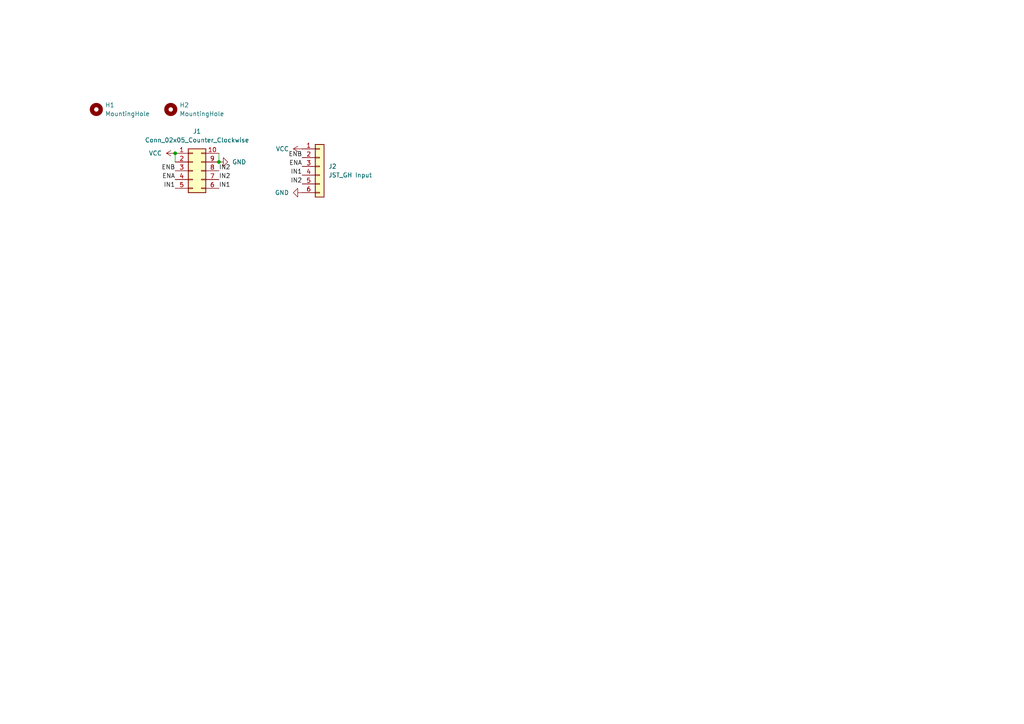
<source format=kicad_sch>
(kicad_sch (version 20250114) (generator "eeschema") (generator_version "9.0")
  (paper "A4")
  (lib_symbols
    (symbol "Connector_Generic:Conn_01x06" (pin_names (offset 1.016) (hide yes))
      (property "Reference" "J" (at 0 7.62 0))
      (property "Value" "Conn_01x06" (at 0 -10.16 0))
      (symbol "Conn_01x06_1_1"
        (rectangle (start -1.27 6.35) (end 1.27 -8.89) (stroke (width 0.254)) (fill (type background)))
        (rectangle (start -1.27 5.207) (end 0 4.953) (stroke (width 0.1524)))
        (rectangle (start -1.27 2.667) (end 0 2.413) (stroke (width 0.1524)))
        (rectangle (start -1.27 0.127) (end 0 -0.127) (stroke (width 0.1524)))
        (rectangle (start -1.27 -2.413) (end 0 -2.667) (stroke (width 0.1524)))
        (rectangle (start -1.27 -4.953) (end 0 -5.207) (stroke (width 0.1524)))
        (rectangle (start -1.27 -7.493) (end 0 -7.747) (stroke (width 0.1524)))
        (pin passive line (at -5.08 5.08 0) (length 3.81) (name "Pin_1") (number "1"))
        (pin passive line (at -5.08 2.54 0) (length 3.81) (name "Pin_2") (number "2"))
        (pin passive line (at -5.08 0 0) (length 3.81) (name "Pin_3") (number "3"))
        (pin passive line (at -5.08 -2.54 0) (length 3.81) (name "Pin_4") (number "4"))
        (pin passive line (at -5.08 -5.08 0) (length 3.81) (name "Pin_5") (number "5"))
        (pin passive line (at -5.08 -7.62 0) (length 3.81) (name "Pin_6") (number "6"))
      )
    )
    (symbol "Connector_Generic:Conn_02x05_Counter_Clockwise" (pin_names (offset 1.016) (hide yes))
      (property "Reference" "J" (at 1.27 7.62 0))
      (property "Value" "Conn_02x05_Counter_Clockwise" (at 1.27 -7.62 0))
      (symbol "Conn_02x05_Counter_Clockwise_1_1"
        (rectangle (start -1.27 6.35) (end 3.81 -6.35) (stroke (width 0.254)) (fill (type background)))
        (rectangle (start -1.27 5.207) (end 0 4.953) (stroke (width 0.1524)))
        (rectangle (start -1.27 2.667) (end 0 2.413) (stroke (width 0.1524)))
        (rectangle (start -1.27 0.127) (end 0 -0.127) (stroke (width 0.1524)))
        (rectangle (start -1.27 -2.413) (end 0 -2.667) (stroke (width 0.1524)))
        (rectangle (start -1.27 -4.953) (end 0 -5.207) (stroke (width 0.1524)))
        (rectangle (start 3.81 5.207) (end 2.54 4.953) (stroke (width 0.1524)))
        (rectangle (start 3.81 2.667) (end 2.54 2.413) (stroke (width 0.1524)))
        (rectangle (start 3.81 0.127) (end 2.54 -0.127) (stroke (width 0.1524)))
        (rectangle (start 3.81 -2.413) (end 2.54 -2.667) (stroke (width 0.1524)))
        (rectangle (start 3.81 -4.953) (end 2.54 -5.207) (stroke (width 0.1524)))
        (pin passive line (at -5.08 5.08 0) (length 3.81) (name "Pin_1") (number "1"))
        (pin passive line (at -5.08 2.54 0) (length 3.81) (name "Pin_2") (number "2"))
        (pin passive line (at -5.08 0 0) (length 3.81) (name "Pin_3") (number "3"))
        (pin passive line (at -5.08 -2.54 0) (length 3.81) (name "Pin_4") (number "4"))
        (pin passive line (at -5.08 -5.08 0) (length 3.81) (name "Pin_5") (number "5"))
        (pin passive line (at 7.62 5.08 180) (length 3.81) (name "Pin_10") (number "10"))
        (pin passive line (at 7.62 2.54 180) (length 3.81) (name "Pin_9") (number "9"))
        (pin passive line (at 7.62 0 180) (length 3.81) (name "Pin_8") (number "8"))
        (pin passive line (at 7.62 -2.54 180) (length 3.81) (name "Pin_7") (number "7"))
        (pin passive line (at 7.62 -5.08 180) (length 3.81) (name "Pin_6") (number "6"))
      )
    )
    (symbol "Mechanical:MountingHole" (pin_names (offset 1.016)) (in_bom no)
      (property "Reference" "H" (at 0 5.08 0))
      (property "Value" "MountingHole" (at 0 3.175 0))
      (symbol "MountingHole_0_1"
        (circle (center 0 0) (radius 1.27) (stroke (width 1.27)))
      )
    )
    (symbol "power:GND" (power) (pin_numbers (hide yes)) (pin_names (offset 0) (hide yes))
      (property "Value" "GND" (at 0 -3.81 0))
      (symbol "GND_0_1"
        (polyline (pts (xy 0 0) (xy 0 -1.27) (xy 1.27 -1.27) (xy 0 -2.54) (xy -1.27 -1.27) (xy 0 -1.27)))
      )
      (symbol "GND_1_1"
        (pin power_in line (at 0 0 270) (length 0) (name "~") (number "1"))
      )
    )
    (symbol "power:VCC" (power) (pin_numbers (hide yes)) (pin_names (offset 0) (hide yes))
      (property "Value" "VCC" (at 0 3.556 0))
      (symbol "VCC_0_1"
        (polyline (pts (xy -0.762 1.27) (xy 0 2.54)))
        (polyline (pts (xy 0 2.54) (xy 0.762 1.27)))
        (polyline (pts (xy 0 0) (xy 0 2.54)))
      )
      (symbol "VCC_1_1"
        (pin power_in line (at 0 0 90) (length 0) (name "~") (number "1"))
      )
    )
  )
  (junction (at 50.8 44.45))
  (junction (at 63.5 46.99))
  (wire (pts (xy 50.8 44.45) (xy 50.8 46.99)))
  (wire (pts (xy 63.5 44.45) (xy 63.5 46.99)))
  (label "ENB" (at 87.63 45.72 180))
  (label "IN1" (at 63.5 54.61 0))
  (label "IN2" (at 87.63 53.34 180))
  (label "IN1" (at 87.63 50.8 180))
  (label "ENA" (at 50.8 52.07 180))
  (label "IN2" (at 63.5 49.53 0))
  (label "ENB" (at 50.8 49.53 180))
  (label "IN1" (at 50.8 54.61 180))
  (label "IN2" (at 63.5 52.07 0))
  (label "ENA" (at 87.63 48.26 180))
  (symbol (lib_id "power:GND") (at 87.63 55.88 270) (unit 1)
    (property "Reference" "#PWR06" (effects (hide yes)))
    (property "Value" "GND" (at 83.82 55.8799 90) (effects (justify right)))
    (property "Description" "Power symbol creates a global label with name \"GND\" , ground" (effects (hide yes)))
  )
  (symbol (lib_id "Connector_Generic:Conn_02x05_Counter_Clockwise") (at 55.88 49.53 0) (unit 1)
    (property "Reference" "J1" (at 57.15 38.1 0))
    (property "Value" "Conn_02x05_Counter_Clockwise" (at 57.15 40.64 0))
    (property "Footprint" "Connector_PinSocket_2.54mm:PinSocket_2x05_P2.54mm_Vertical_SMD" (effects (hide yes)))
    (property "Description" "Generic connector, double row, 02x05, counter clockwise pin numbering scheme (similar to DIP package numbering), script generated (kicad-library-utils/schlib/autogen/connector/)" (effects (hide yes)))
  )
  (symbol (lib_id "Connector_Generic:Conn_01x06") (at 92.71 48.26 0) (unit 1)
    (property "Reference" "J2" (at 95.25 48.2599 0) (effects (justify left)))
    (property "Value" "JST_GH Input" (at 95.25 50.7999 0) (effects (justify left)))
    (property "Footprint" "Connector_JST:JST_GH_BM06B-GHS-TBT_1x06-1MP_P1.25mm_Vertical" (effects (hide yes)))
    (property "Description" "Generic connector, single row, 01x06, script generated (kicad-library-utils/schlib/autogen/connector/)" (effects (hide yes)))
  )
  (symbol (lib_id "Mechanical:MountingHole") (at 49.53 31.75 0) (unit 1) (in_bom no)
    (property "Reference" "H2" (at 52.07 30.4799 0) (effects (justify left)))
    (property "Value" "MountingHole" (at 52.07 33.0199 0) (effects (justify left)))
    (property "Footprint" "MountingHole:MountingHole_2.7mm_M2.5_DIN965_Pad" (effects (hide yes)))
    (property "Description" "Mounting Hole without connection" (effects (hide yes)))
  )
  (symbol (lib_id "power:VCC") (at 50.8 44.45 90) (unit 1)
    (property "Reference" "#PWR01" (effects (hide yes)))
    (property "Value" "VCC" (at 46.99 44.4499 90) (effects (justify left)))
    (property "Description" "Power symbol creates a global label with name \"VCC\"" (effects (hide yes)))
  )
  (symbol (lib_id "power:VCC") (at 87.63 43.18 90) (unit 1)
    (property "Reference" "#PWR05" (effects (hide yes)))
    (property "Value" "VCC" (at 83.82 43.1799 90) (effects (justify left)))
    (property "Description" "Power symbol creates a global label with name \"VCC\"" (effects (hide yes)))
  )
  (symbol (lib_id "Mechanical:MountingHole") (at 27.94 31.75 0) (unit 1) (in_bom no)
    (property "Reference" "H1" (at 30.48 30.4799 0) (effects (justify left)))
    (property "Value" "MountingHole" (at 30.48 33.0199 0) (effects (justify left)))
    (property "Footprint" "MountingHole:MountingHole_2.7mm_M2.5_DIN965_Pad" (effects (hide yes)))
    (property "Description" "Mounting Hole without connection" (effects (hide yes)))
  )
  (symbol (lib_id "power:GND") (at 63.5 46.99 90) (unit 1)
    (property "Reference" "#PWR03" (effects (hide yes)))
    (property "Value" "GND" (at 67.31 46.9899 90) (effects (justify right)))
    (property "Description" "Power symbol creates a global label with name \"GND\" , ground" (effects (hide yes)))
  )
)
</source>
